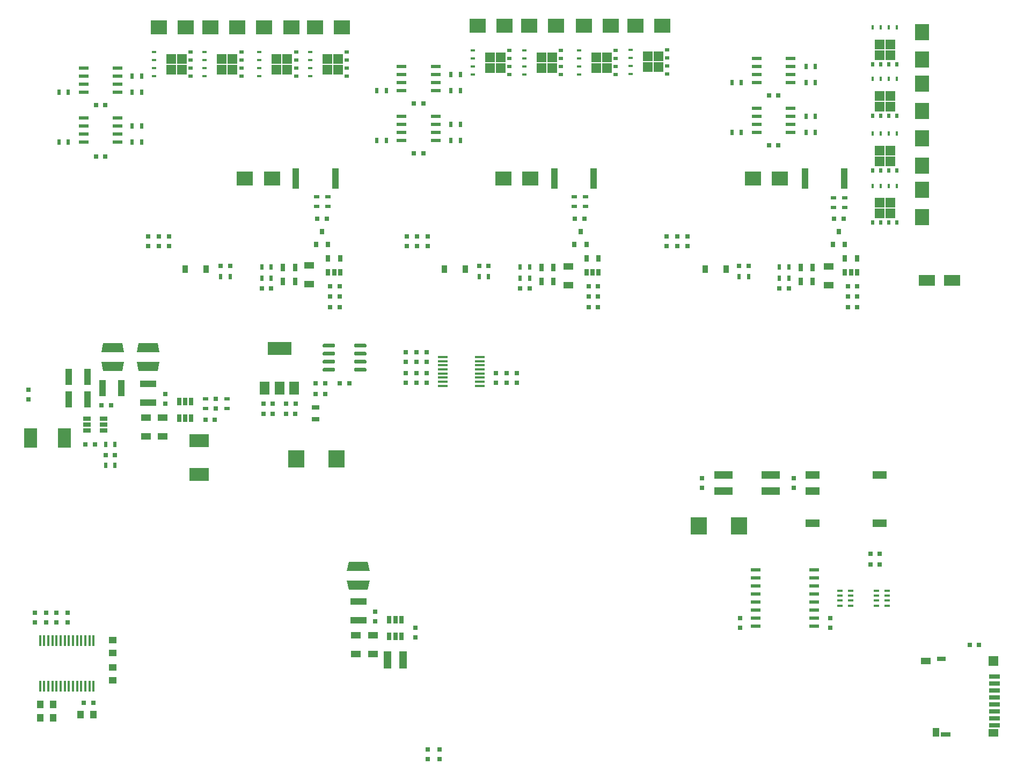
<source format=gbr>
%TF.GenerationSoftware,KiCad,Pcbnew,(5.1.12)-1*%
%TF.CreationDate,2023-01-04T10:21:47+01:00*%
%TF.ProjectId,current3Av2,63757272-656e-4743-9341-76322e6b6963,1.0*%
%TF.SameCoordinates,Original*%
%TF.FileFunction,Paste,Top*%
%TF.FilePolarity,Positive*%
%FSLAX46Y46*%
G04 Gerber Fmt 4.6, Leading zero omitted, Abs format (unit mm)*
G04 Created by KiCad (PCBNEW (5.1.12)-1) date 2023-01-04 10:21:47*
%MOMM*%
%LPD*%
G01*
G04 APERTURE LIST*
%ADD10R,0.500000X0.750000*%
%ADD11R,1.500000X1.500000*%
%ADD12R,0.400000X0.750000*%
%ADD13R,2.300000X2.500000*%
%ADD14R,0.800000X0.750000*%
%ADD15R,0.800000X0.900000*%
%ADD16R,0.500000X0.900000*%
%ADD17R,1.600000X1.000000*%
%ADD18R,0.650000X1.060000*%
%ADD19R,1.550000X0.600000*%
%ADD20R,0.750000X0.800000*%
%ADD21R,1.250000X1.000000*%
%ADD22R,1.000000X2.500000*%
%ADD23R,1.000000X1.250000*%
%ADD24R,2.500000X2.300000*%
%ADD25R,0.900000X1.200000*%
%ADD26R,1.750000X0.700000*%
%ADD27R,1.500000X1.300000*%
%ADD28R,1.500000X0.800000*%
%ADD29R,1.000000X1.450000*%
%ADD30R,1.400000X0.800000*%
%ADD31R,1.550000X1.000000*%
%ADD32R,3.000000X1.200000*%
%ADD33C,0.100000*%
%ADD34R,3.100000X2.000000*%
%ADD35R,1.300000X2.800000*%
%ADD36R,0.900000X0.500000*%
%ADD37R,0.700000X1.300000*%
%ADD38R,0.900000X0.400000*%
%ADD39R,0.750000X0.400000*%
%ADD40R,0.750000X0.500000*%
%ADD41R,0.650000X1.220000*%
%ADD42R,1.500000X0.450000*%
%ADD43R,1.500000X0.600000*%
%ADD44R,2.500000X1.000000*%
%ADD45R,2.500000X1.800000*%
%ADD46R,2.000000X3.100000*%
%ADD47R,1.300000X0.700000*%
%ADD48R,1.220000X0.650000*%
%ADD49R,0.450000X1.750000*%
%ADD50R,3.800000X2.000000*%
%ADD51R,1.500000X2.000000*%
%ADD52R,1.000000X3.200000*%
%ADD53R,2.200000X1.200000*%
%ADD54R,2.550000X2.700000*%
G04 APERTURE END LIST*
D10*
X143764000Y-42021000D03*
X145034000Y-42021000D03*
X146304000Y-42021000D03*
X147574000Y-42021000D03*
D11*
X144819000Y-38916000D03*
X146519000Y-38916000D03*
X144819000Y-40616000D03*
X146519000Y-40616000D03*
D12*
X143764000Y-36216000D03*
X145034000Y-36216000D03*
X146304000Y-36216000D03*
X147574000Y-36216000D03*
D13*
X151511000Y-53730000D03*
X151511000Y-58030000D03*
X151511000Y-45602000D03*
X151511000Y-49902000D03*
X151511000Y-28838000D03*
X151511000Y-33138000D03*
D14*
X139180000Y-58293000D03*
X137680000Y-58293000D03*
D15*
X138430000Y-60341000D03*
X139380000Y-62341000D03*
X137480000Y-62341000D03*
D16*
X129044000Y-65913000D03*
X130544000Y-65913000D03*
D17*
X136779000Y-68810000D03*
X136779000Y-65810000D03*
D10*
X143764000Y-50657000D03*
X145034000Y-50657000D03*
X146304000Y-50657000D03*
X147574000Y-50657000D03*
D11*
X144819000Y-47552000D03*
X146519000Y-47552000D03*
X144819000Y-49252000D03*
X146519000Y-49252000D03*
D12*
X143764000Y-44852000D03*
X145034000Y-44852000D03*
X146304000Y-44852000D03*
X147574000Y-44852000D03*
D18*
X139385000Y-64559000D03*
X141285000Y-64559000D03*
X141285000Y-66759000D03*
X140335000Y-66759000D03*
X139385000Y-66759000D03*
D14*
X128893000Y-46736000D03*
X127393000Y-46736000D03*
X128893000Y-38862000D03*
X127393000Y-38862000D03*
D16*
X133235000Y-34290000D03*
X134735000Y-34290000D03*
X133235000Y-36830000D03*
X134735000Y-36830000D03*
D19*
X130843000Y-33020000D03*
X130843000Y-34290000D03*
X130843000Y-35560000D03*
X130843000Y-36830000D03*
X125443000Y-36830000D03*
X125443000Y-35560000D03*
X125443000Y-34290000D03*
X125443000Y-33020000D03*
D20*
X32766000Y-62599000D03*
X32766000Y-61099000D03*
D21*
X23876000Y-126857000D03*
X23876000Y-124857000D03*
D14*
X59678000Y-70612000D03*
X58178000Y-70612000D03*
X56146000Y-58293000D03*
X57646000Y-58293000D03*
D21*
X23876000Y-129175000D03*
X23876000Y-131175000D03*
D14*
X22110000Y-87757000D03*
X23610000Y-87757000D03*
X98945000Y-70612000D03*
X100445000Y-70612000D03*
X100445000Y-68961000D03*
X98945000Y-68961000D03*
D17*
X54864000Y-68683000D03*
X54864000Y-65683000D03*
D22*
X19915000Y-83312000D03*
X16915000Y-83312000D03*
D23*
X12462000Y-137160000D03*
X14462000Y-137160000D03*
D14*
X39993000Y-90043000D03*
X38493000Y-90043000D03*
X141339000Y-70612000D03*
X139839000Y-70612000D03*
X141339000Y-68961000D03*
X139839000Y-68961000D03*
D20*
X40132000Y-86753000D03*
X40132000Y-88253000D03*
D14*
X49137000Y-87503000D03*
X47637000Y-87503000D03*
X21221000Y-48514000D03*
X22721000Y-48514000D03*
D17*
X29083000Y-92686000D03*
X29083000Y-89686000D03*
D14*
X71386000Y-48006000D03*
X72886000Y-48006000D03*
D17*
X64897000Y-127103000D03*
X64897000Y-124103000D03*
X62230000Y-127103000D03*
X62230000Y-124103000D03*
D20*
X84328000Y-82689000D03*
X84328000Y-84189000D03*
X71755000Y-79387000D03*
X71755000Y-80887000D03*
X75438000Y-143625000D03*
X75438000Y-142125000D03*
X71755000Y-84189000D03*
X71755000Y-82689000D03*
D14*
X159054000Y-125603000D03*
X160554000Y-125603000D03*
D20*
X14986000Y-120535000D03*
X14986000Y-122035000D03*
D15*
X55946000Y-62341000D03*
X57846000Y-62341000D03*
X56896000Y-60341000D03*
D24*
X47761000Y-28067000D03*
X52061000Y-28067000D03*
D25*
X76201000Y-66294000D03*
X79501000Y-66294000D03*
D24*
X43552000Y-28067000D03*
X39252000Y-28067000D03*
D25*
X38607000Y-66294000D03*
X35307000Y-66294000D03*
D24*
X85480000Y-51943000D03*
X89780000Y-51943000D03*
X129150000Y-51943000D03*
X124850000Y-51943000D03*
X93844000Y-27813000D03*
X89544000Y-27813000D03*
X85716000Y-27813000D03*
X81416000Y-27813000D03*
D13*
X151511000Y-36966000D03*
X151511000Y-41266000D03*
D26*
X162965000Y-138303000D03*
D27*
X162840000Y-139503000D03*
D28*
X155240000Y-139753000D03*
D29*
X153740000Y-139428000D03*
D30*
X154590000Y-127803000D03*
D26*
X162965000Y-137203000D03*
X162965000Y-136103000D03*
X162965000Y-135003000D03*
X162965000Y-133903000D03*
X162965000Y-132803000D03*
X162965000Y-131703000D03*
X162965000Y-130603000D03*
D11*
X162840000Y-128153000D03*
D31*
X152165000Y-128203000D03*
D32*
X127702000Y-101326000D03*
X127702000Y-98826000D03*
X120202000Y-98826000D03*
X120202000Y-101326000D03*
D33*
G36*
X22076000Y-79387000D02*
G01*
X22376000Y-77937000D01*
X25376000Y-77937000D01*
X25676000Y-79387000D01*
X22076000Y-79387000D01*
G37*
G36*
X22376000Y-82337000D02*
G01*
X22076000Y-80887000D01*
X25676000Y-80887000D01*
X25376000Y-82337000D01*
X22376000Y-82337000D01*
G37*
D34*
X37465000Y-98662000D03*
X37465000Y-93362000D03*
D35*
X67253000Y-128016000D03*
X69653000Y-128016000D03*
D16*
X26936000Y-35814000D03*
X28436000Y-35814000D03*
D36*
X56007000Y-54876000D03*
X56007000Y-56376000D03*
D16*
X65544000Y-45974000D03*
X67044000Y-45974000D03*
X40906000Y-67437000D03*
X42406000Y-67437000D03*
X65544000Y-38100000D03*
X67044000Y-38100000D03*
X77228000Y-43434000D03*
X78728000Y-43434000D03*
X88150000Y-67691000D03*
X89650000Y-67691000D03*
D36*
X96647000Y-56376000D03*
X96647000Y-54876000D03*
D16*
X77228000Y-38100000D03*
X78728000Y-38100000D03*
X123051000Y-44704000D03*
X121551000Y-44704000D03*
X83173000Y-67437000D03*
X81673000Y-67437000D03*
X134735000Y-42164000D03*
X133235000Y-42164000D03*
X133235000Y-44704000D03*
X134735000Y-44704000D03*
X122694000Y-67437000D03*
X124194000Y-67437000D03*
D37*
X93406000Y-68199000D03*
X91506000Y-68199000D03*
X132400000Y-68199000D03*
X134300000Y-68199000D03*
X93406000Y-66040000D03*
X91506000Y-66040000D03*
D36*
X38481000Y-88253000D03*
X38481000Y-86753000D03*
X41910000Y-88253000D03*
X41910000Y-86753000D03*
D38*
X140296000Y-118637000D03*
X140296000Y-117837000D03*
X140296000Y-119437000D03*
X140296000Y-117037000D03*
X138596000Y-119437000D03*
X138596000Y-118637000D03*
X138596000Y-117837000D03*
X138596000Y-117037000D03*
X146011000Y-118637000D03*
X146011000Y-117837000D03*
X146011000Y-119437000D03*
X146011000Y-117037000D03*
X144311000Y-119437000D03*
X144311000Y-118637000D03*
X144311000Y-117837000D03*
X144311000Y-117037000D03*
D39*
X55012000Y-32004000D03*
X55012000Y-33274000D03*
X55012000Y-34544000D03*
X55012000Y-35814000D03*
D11*
X59412000Y-33059000D03*
X59412000Y-34759000D03*
X57712000Y-33059000D03*
X57712000Y-34759000D03*
D40*
X60817000Y-32004000D03*
X60817000Y-33274000D03*
X60817000Y-34544000D03*
X60817000Y-35814000D03*
X52816000Y-35814000D03*
X52816000Y-34544000D03*
X52816000Y-33274000D03*
X52816000Y-32004000D03*
D11*
X49711000Y-34759000D03*
X49711000Y-33059000D03*
X51411000Y-34759000D03*
X51411000Y-33059000D03*
D39*
X47011000Y-35814000D03*
X47011000Y-34544000D03*
X47011000Y-33274000D03*
X47011000Y-32004000D03*
X38375000Y-32004000D03*
X38375000Y-33274000D03*
X38375000Y-34544000D03*
X38375000Y-35814000D03*
D11*
X42775000Y-33059000D03*
X42775000Y-34759000D03*
X41075000Y-33059000D03*
X41075000Y-34759000D03*
D40*
X44180000Y-32004000D03*
X44180000Y-33274000D03*
X44180000Y-34544000D03*
X44180000Y-35814000D03*
X36179000Y-35814000D03*
X36179000Y-34544000D03*
X36179000Y-33274000D03*
X36179000Y-32004000D03*
D11*
X33074000Y-34759000D03*
X33074000Y-33059000D03*
X34774000Y-34759000D03*
X34774000Y-33059000D03*
D39*
X30374000Y-35814000D03*
X30374000Y-34544000D03*
X30374000Y-33274000D03*
X30374000Y-32004000D03*
X105558000Y-31623000D03*
X105558000Y-32893000D03*
X105558000Y-34163000D03*
X105558000Y-35433000D03*
D11*
X109958000Y-32678000D03*
X109958000Y-34378000D03*
X108258000Y-32678000D03*
X108258000Y-34378000D03*
D40*
X111363000Y-31623000D03*
X111363000Y-32893000D03*
X111363000Y-34163000D03*
X111363000Y-35433000D03*
X103235000Y-35560000D03*
X103235000Y-34290000D03*
X103235000Y-33020000D03*
X103235000Y-31750000D03*
D11*
X100130000Y-34505000D03*
X100130000Y-32805000D03*
X101830000Y-34505000D03*
X101830000Y-32805000D03*
D39*
X97430000Y-35560000D03*
X97430000Y-34290000D03*
X97430000Y-33020000D03*
X97430000Y-31750000D03*
X88794000Y-31750000D03*
X88794000Y-33020000D03*
X88794000Y-34290000D03*
X88794000Y-35560000D03*
D11*
X93194000Y-32805000D03*
X93194000Y-34505000D03*
X91494000Y-32805000D03*
X91494000Y-34505000D03*
D40*
X94599000Y-31750000D03*
X94599000Y-33020000D03*
X94599000Y-34290000D03*
X94599000Y-35560000D03*
X86471000Y-35560000D03*
X86471000Y-34290000D03*
X86471000Y-33020000D03*
X86471000Y-31750000D03*
D11*
X83366000Y-34505000D03*
X83366000Y-32805000D03*
X85066000Y-34505000D03*
X85066000Y-32805000D03*
D39*
X80666000Y-35560000D03*
X80666000Y-34290000D03*
X80666000Y-33020000D03*
X80666000Y-31750000D03*
D19*
X24671000Y-42418000D03*
X24671000Y-43688000D03*
X24671000Y-44958000D03*
X24671000Y-46228000D03*
X19271000Y-46228000D03*
X19271000Y-44958000D03*
X19271000Y-43688000D03*
X19271000Y-42418000D03*
X74813501Y-42164000D03*
X74813501Y-43434000D03*
X74813501Y-44704000D03*
X74813501Y-45974000D03*
X69413501Y-45974000D03*
X69413501Y-44704000D03*
X69413501Y-43434000D03*
X69413501Y-42164000D03*
D18*
X57851000Y-64559000D03*
X59751000Y-64559000D03*
X59751000Y-66759000D03*
X58801000Y-66759000D03*
X57851000Y-66759000D03*
D41*
X36256000Y-89829000D03*
X35306000Y-89829000D03*
X34356000Y-89829000D03*
X34356000Y-87209000D03*
X35306000Y-87209000D03*
X36256000Y-87209000D03*
D42*
X75917000Y-80148000D03*
X75917000Y-80798000D03*
X75917000Y-81448000D03*
X75917000Y-82098000D03*
X75917000Y-82748000D03*
X75917000Y-83398000D03*
X75917000Y-84048000D03*
X75917000Y-84698000D03*
X81817000Y-84698000D03*
X81817000Y-84048000D03*
X81817000Y-83398000D03*
X81817000Y-82748000D03*
X81817000Y-82098000D03*
X81817000Y-81448000D03*
X81817000Y-80798000D03*
X81817000Y-80148000D03*
D18*
X98618000Y-66759000D03*
X99568000Y-66759000D03*
X100518000Y-66759000D03*
X100518000Y-64559000D03*
X98618000Y-64559000D03*
D43*
X125271000Y-122682000D03*
X125271000Y-121412000D03*
X125271000Y-120142000D03*
X125271000Y-118872000D03*
X125271000Y-117602000D03*
X125271000Y-116332000D03*
X125271000Y-115062000D03*
X125271000Y-113792000D03*
X134571000Y-113792000D03*
X134571000Y-115062000D03*
X134571000Y-116332000D03*
X134571000Y-117602000D03*
X134571000Y-118872000D03*
X134571000Y-120142000D03*
X134571000Y-121412000D03*
X134571000Y-122682000D03*
D14*
X59702000Y-84328000D03*
X61202000Y-84328000D03*
D20*
X73533000Y-62599000D03*
X73533000Y-61099000D03*
D14*
X58178000Y-68961000D03*
X59678000Y-68961000D03*
X42406000Y-65786000D03*
X40906000Y-65786000D03*
D22*
X25249000Y-85090000D03*
X22249000Y-85090000D03*
D14*
X21070000Y-93980000D03*
X19570000Y-93980000D03*
X20816000Y-134747000D03*
X19316000Y-134747000D03*
X24245000Y-95631000D03*
X22745000Y-95631000D03*
D22*
X19915000Y-86868000D03*
X16915000Y-86868000D03*
D44*
X29464000Y-87352000D03*
X29464000Y-84352000D03*
D20*
X32131000Y-85991000D03*
X32131000Y-87491000D03*
D14*
X98286000Y-58293000D03*
X96786000Y-58293000D03*
X83173000Y-65786000D03*
X81673000Y-65786000D03*
D17*
X95758000Y-65810000D03*
X95758000Y-68810000D03*
D20*
X114554000Y-62599000D03*
X114554000Y-61099000D03*
D23*
X18812000Y-136652000D03*
X20812000Y-136652000D03*
D20*
X122809000Y-121424000D03*
X122809000Y-122924000D03*
X11557000Y-122035000D03*
X11557000Y-120535000D03*
X16764000Y-122035000D03*
X16764000Y-120535000D03*
D23*
X14462000Y-135001000D03*
X12462000Y-135001000D03*
D14*
X57392000Y-84328000D03*
X55892000Y-84328000D03*
X122694000Y-65786000D03*
X124194000Y-65786000D03*
D20*
X70104000Y-79387000D03*
X70104000Y-80887000D03*
D44*
X62611000Y-118769000D03*
X62611000Y-121769000D03*
D20*
X65278000Y-121908000D03*
X65278000Y-120408000D03*
D17*
X31750000Y-89686000D03*
X31750000Y-92686000D03*
D14*
X51205000Y-87503000D03*
X52705000Y-87503000D03*
D20*
X137033000Y-122924000D03*
X137033000Y-121424000D03*
D14*
X143395000Y-111252000D03*
X144895000Y-111252000D03*
X21221000Y-40386000D03*
X22721000Y-40386000D03*
D20*
X71628000Y-122948000D03*
X71628000Y-124448000D03*
D14*
X71386000Y-40132000D03*
X72886000Y-40132000D03*
X48883000Y-69342000D03*
X47383000Y-69342000D03*
D20*
X85979000Y-84189000D03*
X85979000Y-82689000D03*
X73406000Y-84189000D03*
X73406000Y-82689000D03*
D14*
X88150000Y-69342000D03*
X89650000Y-69342000D03*
X129044000Y-69342000D03*
X130544000Y-69342000D03*
D20*
X73406000Y-80887000D03*
X73406000Y-79387000D03*
X87630000Y-82689000D03*
X87630000Y-84189000D03*
X70104000Y-82689000D03*
X70104000Y-84189000D03*
X13335000Y-120535000D03*
X13335000Y-122035000D03*
D24*
X44713000Y-51943000D03*
X49013000Y-51943000D03*
X60062000Y-28067000D03*
X55762000Y-28067000D03*
D25*
X117349000Y-66294000D03*
X120649000Y-66294000D03*
D24*
X31124000Y-28067000D03*
X35424000Y-28067000D03*
D15*
X96713000Y-62341000D03*
X98613000Y-62341000D03*
X97663000Y-60341000D03*
D24*
X106308000Y-27813000D03*
X110608000Y-27813000D03*
X102480000Y-27813000D03*
X98180000Y-27813000D03*
D45*
X152305000Y-68072000D03*
X156305000Y-68072000D03*
D46*
X10939000Y-92964000D03*
X16239000Y-92964000D03*
D47*
X55880000Y-89977000D03*
X55880000Y-88077000D03*
D33*
G36*
X27964000Y-82337000D02*
G01*
X27664000Y-80887000D01*
X31264000Y-80887000D01*
X30964000Y-82337000D01*
X27964000Y-82337000D01*
G37*
G36*
X27664000Y-79387000D02*
G01*
X27964000Y-77937000D01*
X30964000Y-77937000D01*
X31264000Y-79387000D01*
X27664000Y-79387000D01*
G37*
G36*
X60811000Y-113931000D02*
G01*
X61111000Y-112481000D01*
X64111000Y-112481000D01*
X64411000Y-113931000D01*
X60811000Y-113931000D01*
G37*
G36*
X61111000Y-116881000D02*
G01*
X60811000Y-115431000D01*
X64411000Y-115431000D01*
X64111000Y-116881000D01*
X61111000Y-116881000D01*
G37*
D16*
X16879000Y-46228000D03*
X15379000Y-46228000D03*
X28436000Y-46228000D03*
X26936000Y-46228000D03*
X48883000Y-65913000D03*
X47383000Y-65913000D03*
X48883000Y-67691000D03*
X47383000Y-67691000D03*
X26936000Y-43688000D03*
X28436000Y-43688000D03*
D36*
X57785000Y-56376000D03*
X57785000Y-54876000D03*
D16*
X28436000Y-38354000D03*
X26936000Y-38354000D03*
X77228000Y-45974000D03*
X78728000Y-45974000D03*
X88150000Y-65913000D03*
X89650000Y-65913000D03*
X78728000Y-35560000D03*
X77228000Y-35560000D03*
D36*
X98425000Y-54876000D03*
X98425000Y-56376000D03*
D16*
X121551000Y-36830000D03*
X123051000Y-36830000D03*
X129044000Y-67691000D03*
X130544000Y-67691000D03*
D36*
X137541000Y-56503000D03*
X137541000Y-55003000D03*
X139319000Y-56503000D03*
X139319000Y-55003000D03*
D37*
X52639000Y-66040000D03*
X50739000Y-66040000D03*
D16*
X22745000Y-93980000D03*
X24245000Y-93980000D03*
X24245000Y-97282000D03*
X22745000Y-97282000D03*
D37*
X50739000Y-68199000D03*
X52639000Y-68199000D03*
X134300000Y-66040000D03*
X132400000Y-66040000D03*
D16*
X15379000Y-38354000D03*
X16879000Y-38354000D03*
D12*
X147574000Y-53107000D03*
X146304000Y-53107000D03*
X145034000Y-53107000D03*
X143764000Y-53107000D03*
D11*
X146519000Y-57507000D03*
X144819000Y-57507000D03*
X146519000Y-55807000D03*
X144819000Y-55807000D03*
D10*
X147574000Y-58912000D03*
X146304000Y-58912000D03*
X145034000Y-58912000D03*
X143764000Y-58912000D03*
D12*
X147574000Y-28088000D03*
X146304000Y-28088000D03*
X145034000Y-28088000D03*
X143764000Y-28088000D03*
D11*
X146519000Y-32488000D03*
X144819000Y-32488000D03*
X146519000Y-30788000D03*
X144819000Y-30788000D03*
D10*
X147574000Y-33893000D03*
X146304000Y-33893000D03*
X145034000Y-33893000D03*
X143764000Y-33893000D03*
D48*
X19772000Y-91755000D03*
X19772000Y-90805000D03*
X19772000Y-89855000D03*
X22392000Y-89855000D03*
X22392000Y-90805000D03*
X22392000Y-91755000D03*
D19*
X19271000Y-34544000D03*
X19271000Y-35814000D03*
X19271000Y-37084000D03*
X19271000Y-38354000D03*
X24671000Y-38354000D03*
X24671000Y-37084000D03*
X24671000Y-35814000D03*
X24671000Y-34544000D03*
X69436000Y-34290000D03*
X69436000Y-35560000D03*
X69436000Y-36830000D03*
X69436000Y-38100000D03*
X74836000Y-38100000D03*
X74836000Y-36830000D03*
X74836000Y-35560000D03*
X74836000Y-34290000D03*
X130843000Y-40894000D03*
X130843000Y-42164000D03*
X130843000Y-43434000D03*
X130843000Y-44704000D03*
X125443000Y-44704000D03*
X125443000Y-43434000D03*
X125443000Y-42164000D03*
X125443000Y-40894000D03*
D49*
X20862000Y-124924000D03*
X20212000Y-124924000D03*
X19562000Y-124924000D03*
X18912000Y-124924000D03*
X18262000Y-124924000D03*
X17612000Y-124924000D03*
X16962000Y-124924000D03*
X16312000Y-124924000D03*
X15662000Y-124924000D03*
X15012000Y-124924000D03*
X14362000Y-124924000D03*
X13712000Y-124924000D03*
X13062000Y-124924000D03*
X12412000Y-124924000D03*
X12412000Y-132124000D03*
X13062000Y-132124000D03*
X13712000Y-132124000D03*
X14362000Y-132124000D03*
X15012000Y-132124000D03*
X15662000Y-132124000D03*
X16312000Y-132124000D03*
X16962000Y-132124000D03*
X17612000Y-132124000D03*
X18262000Y-132124000D03*
X18912000Y-132124000D03*
X19562000Y-132124000D03*
X20212000Y-132124000D03*
X20862000Y-132124000D03*
G36*
G01*
X57002000Y-78509000D02*
X57002000Y-78209000D01*
G75*
G02*
X57152000Y-78059000I150000J0D01*
G01*
X58802000Y-78059000D01*
G75*
G02*
X58952000Y-78209000I0J-150000D01*
G01*
X58952000Y-78509000D01*
G75*
G02*
X58802000Y-78659000I-150000J0D01*
G01*
X57152000Y-78659000D01*
G75*
G02*
X57002000Y-78509000I0J150000D01*
G01*
G37*
G36*
G01*
X57002000Y-79779000D02*
X57002000Y-79479000D01*
G75*
G02*
X57152000Y-79329000I150000J0D01*
G01*
X58802000Y-79329000D01*
G75*
G02*
X58952000Y-79479000I0J-150000D01*
G01*
X58952000Y-79779000D01*
G75*
G02*
X58802000Y-79929000I-150000J0D01*
G01*
X57152000Y-79929000D01*
G75*
G02*
X57002000Y-79779000I0J150000D01*
G01*
G37*
G36*
G01*
X57002000Y-81049000D02*
X57002000Y-80749000D01*
G75*
G02*
X57152000Y-80599000I150000J0D01*
G01*
X58802000Y-80599000D01*
G75*
G02*
X58952000Y-80749000I0J-150000D01*
G01*
X58952000Y-81049000D01*
G75*
G02*
X58802000Y-81199000I-150000J0D01*
G01*
X57152000Y-81199000D01*
G75*
G02*
X57002000Y-81049000I0J150000D01*
G01*
G37*
G36*
G01*
X57002000Y-82319000D02*
X57002000Y-82019000D01*
G75*
G02*
X57152000Y-81869000I150000J0D01*
G01*
X58802000Y-81869000D01*
G75*
G02*
X58952000Y-82019000I0J-150000D01*
G01*
X58952000Y-82319000D01*
G75*
G02*
X58802000Y-82469000I-150000J0D01*
G01*
X57152000Y-82469000D01*
G75*
G02*
X57002000Y-82319000I0J150000D01*
G01*
G37*
G36*
G01*
X61952000Y-82319000D02*
X61952000Y-82019000D01*
G75*
G02*
X62102000Y-81869000I150000J0D01*
G01*
X63752000Y-81869000D01*
G75*
G02*
X63902000Y-82019000I0J-150000D01*
G01*
X63902000Y-82319000D01*
G75*
G02*
X63752000Y-82469000I-150000J0D01*
G01*
X62102000Y-82469000D01*
G75*
G02*
X61952000Y-82319000I0J150000D01*
G01*
G37*
G36*
G01*
X61952000Y-81049000D02*
X61952000Y-80749000D01*
G75*
G02*
X62102000Y-80599000I150000J0D01*
G01*
X63752000Y-80599000D01*
G75*
G02*
X63902000Y-80749000I0J-150000D01*
G01*
X63902000Y-81049000D01*
G75*
G02*
X63752000Y-81199000I-150000J0D01*
G01*
X62102000Y-81199000D01*
G75*
G02*
X61952000Y-81049000I0J150000D01*
G01*
G37*
G36*
G01*
X61952000Y-79779000D02*
X61952000Y-79479000D01*
G75*
G02*
X62102000Y-79329000I150000J0D01*
G01*
X63752000Y-79329000D01*
G75*
G02*
X63902000Y-79479000I0J-150000D01*
G01*
X63902000Y-79779000D01*
G75*
G02*
X63752000Y-79929000I-150000J0D01*
G01*
X62102000Y-79929000D01*
G75*
G02*
X61952000Y-79779000I0J150000D01*
G01*
G37*
G36*
G01*
X61952000Y-78509000D02*
X61952000Y-78209000D01*
G75*
G02*
X62102000Y-78059000I150000J0D01*
G01*
X63752000Y-78059000D01*
G75*
G02*
X63902000Y-78209000I0J-150000D01*
G01*
X63902000Y-78509000D01*
G75*
G02*
X63752000Y-78659000I-150000J0D01*
G01*
X62102000Y-78659000D01*
G75*
G02*
X61952000Y-78509000I0J150000D01*
G01*
G37*
D41*
X69403000Y-121626000D03*
X68453000Y-121626000D03*
X67503000Y-121626000D03*
X67503000Y-124246000D03*
X68453000Y-124246000D03*
X69403000Y-124246000D03*
D50*
X50165000Y-78765000D03*
D51*
X50165000Y-85065000D03*
X52465000Y-85065000D03*
X47865000Y-85065000D03*
D52*
X52780000Y-51943000D03*
X58980000Y-51943000D03*
X99747000Y-51943000D03*
X93547000Y-51943000D03*
X133096000Y-51943000D03*
X139296000Y-51943000D03*
D53*
X144873000Y-98806000D03*
X134273000Y-98806000D03*
X134273000Y-101346000D03*
X144873000Y-106426000D03*
X134273000Y-106426000D03*
D54*
X116332000Y-106807000D03*
X122682000Y-106807000D03*
X52832000Y-96266000D03*
X59182000Y-96266000D03*
D14*
X59678000Y-72263000D03*
X58178000Y-72263000D03*
D20*
X31115000Y-62599000D03*
X31115000Y-61099000D03*
X29464000Y-61099000D03*
X29464000Y-62599000D03*
D14*
X98945000Y-72263000D03*
X100445000Y-72263000D03*
D20*
X71882000Y-61099000D03*
X71882000Y-62599000D03*
X70231000Y-62599000D03*
X70231000Y-61099000D03*
D14*
X141339000Y-72263000D03*
X139839000Y-72263000D03*
D20*
X112903000Y-61099000D03*
X112903000Y-62599000D03*
X111252000Y-61099000D03*
X111252000Y-62599000D03*
X10541000Y-85356000D03*
X10541000Y-86856000D03*
X116840000Y-100826000D03*
X116840000Y-99326000D03*
D14*
X47637000Y-89154000D03*
X49137000Y-89154000D03*
D20*
X131318000Y-99326000D03*
X131318000Y-100826000D03*
D14*
X57392000Y-85979000D03*
X55892000Y-85979000D03*
X144895000Y-112903000D03*
X143395000Y-112903000D03*
X52693000Y-89154000D03*
X51193000Y-89154000D03*
D20*
X73533000Y-143625000D03*
X73533000Y-142125000D03*
M02*

</source>
